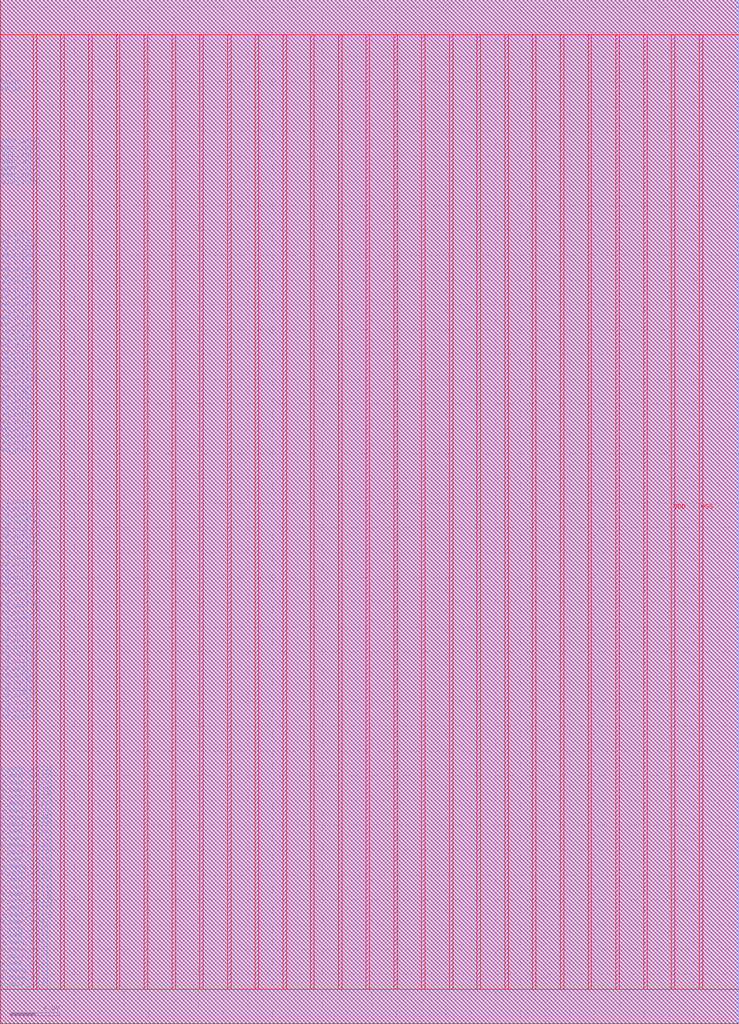
<source format=lef>
VERSION 5.7 ;
BUSBITCHARS "[]" ;
MACRO fakeram45_128x32
  FOREIGN fakeram45_128x32 0 0 ;
  SYMMETRY X Y R90 ;
  SIZE 59.660 BY 82.600 ;
  CLASS BLOCK ;
  PIN w_mask_in[0]
    DIRECTION INPUT ;
    USE SIGNAL ;
    SHAPE ABUTMENT ;
    PORT
      LAYER metal3 ;
      RECT 0.000 2.765 0.070 2.835 ;
    END
  END w_mask_in[0]
  PIN w_mask_in[1]
    DIRECTION INPUT ;
    USE SIGNAL ;
    SHAPE ABUTMENT ;
    PORT
      LAYER metal3 ;
      RECT 0.000 3.325 0.070 3.395 ;
    END
  END w_mask_in[1]
  PIN w_mask_in[2]
    DIRECTION INPUT ;
    USE SIGNAL ;
    SHAPE ABUTMENT ;
    PORT
      LAYER metal3 ;
      RECT 0.000 3.885 0.070 3.955 ;
    END
  END w_mask_in[2]
  PIN w_mask_in[3]
    DIRECTION INPUT ;
    USE SIGNAL ;
    SHAPE ABUTMENT ;
    PORT
      LAYER metal3 ;
      RECT 0.000 4.445 0.070 4.515 ;
    END
  END w_mask_in[3]
  PIN w_mask_in[4]
    DIRECTION INPUT ;
    USE SIGNAL ;
    SHAPE ABUTMENT ;
    PORT
      LAYER metal3 ;
      RECT 0.000 5.005 0.070 5.075 ;
    END
  END w_mask_in[4]
  PIN w_mask_in[5]
    DIRECTION INPUT ;
    USE SIGNAL ;
    SHAPE ABUTMENT ;
    PORT
      LAYER metal3 ;
      RECT 0.000 5.565 0.070 5.635 ;
    END
  END w_mask_in[5]
  PIN w_mask_in[6]
    DIRECTION INPUT ;
    USE SIGNAL ;
    SHAPE ABUTMENT ;
    PORT
      LAYER metal3 ;
      RECT 0.000 6.125 0.070 6.195 ;
    END
  END w_mask_in[6]
  PIN w_mask_in[7]
    DIRECTION INPUT ;
    USE SIGNAL ;
    SHAPE ABUTMENT ;
    PORT
      LAYER metal3 ;
      RECT 0.000 6.685 0.070 6.755 ;
    END
  END w_mask_in[7]
  PIN w_mask_in[8]
    DIRECTION INPUT ;
    USE SIGNAL ;
    SHAPE ABUTMENT ;
    PORT
      LAYER metal3 ;
      RECT 0.000 7.245 0.070 7.315 ;
    END
  END w_mask_in[8]
  PIN w_mask_in[9]
    DIRECTION INPUT ;
    USE SIGNAL ;
    SHAPE ABUTMENT ;
    PORT
      LAYER metal3 ;
      RECT 0.000 7.805 0.070 7.875 ;
    END
  END w_mask_in[9]
  PIN w_mask_in[10]
    DIRECTION INPUT ;
    USE SIGNAL ;
    SHAPE ABUTMENT ;
    PORT
      LAYER metal3 ;
      RECT 0.000 8.365 0.070 8.435 ;
    END
  END w_mask_in[10]
  PIN w_mask_in[11]
    DIRECTION INPUT ;
    USE SIGNAL ;
    SHAPE ABUTMENT ;
    PORT
      LAYER metal3 ;
      RECT 0.000 8.925 0.070 8.995 ;
    END
  END w_mask_in[11]
  PIN w_mask_in[12]
    DIRECTION INPUT ;
    USE SIGNAL ;
    SHAPE ABUTMENT ;
    PORT
      LAYER metal3 ;
      RECT 0.000 9.485 0.070 9.555 ;
    END
  END w_mask_in[12]
  PIN w_mask_in[13]
    DIRECTION INPUT ;
    USE SIGNAL ;
    SHAPE ABUTMENT ;
    PORT
      LAYER metal3 ;
      RECT 0.000 10.045 0.070 10.115 ;
    END
  END w_mask_in[13]
  PIN w_mask_in[14]
    DIRECTION INPUT ;
    USE SIGNAL ;
    SHAPE ABUTMENT ;
    PORT
      LAYER metal3 ;
      RECT 0.000 10.605 0.070 10.675 ;
    END
  END w_mask_in[14]
  PIN w_mask_in[15]
    DIRECTION INPUT ;
    USE SIGNAL ;
    SHAPE ABUTMENT ;
    PORT
      LAYER metal3 ;
      RECT 0.000 11.165 0.070 11.235 ;
    END
  END w_mask_in[15]
  PIN w_mask_in[16]
    DIRECTION INPUT ;
    USE SIGNAL ;
    SHAPE ABUTMENT ;
    PORT
      LAYER metal3 ;
      RECT 0.000 11.725 0.070 11.795 ;
    END
  END w_mask_in[16]
  PIN w_mask_in[17]
    DIRECTION INPUT ;
    USE SIGNAL ;
    SHAPE ABUTMENT ;
    PORT
      LAYER metal3 ;
      RECT 0.000 12.285 0.070 12.355 ;
    END
  END w_mask_in[17]
  PIN w_mask_in[18]
    DIRECTION INPUT ;
    USE SIGNAL ;
    SHAPE ABUTMENT ;
    PORT
      LAYER metal3 ;
      RECT 0.000 12.845 0.070 12.915 ;
    END
  END w_mask_in[18]
  PIN w_mask_in[19]
    DIRECTION INPUT ;
    USE SIGNAL ;
    SHAPE ABUTMENT ;
    PORT
      LAYER metal3 ;
      RECT 0.000 13.405 0.070 13.475 ;
    END
  END w_mask_in[19]
  PIN w_mask_in[20]
    DIRECTION INPUT ;
    USE SIGNAL ;
    SHAPE ABUTMENT ;
    PORT
      LAYER metal3 ;
      RECT 0.000 13.965 0.070 14.035 ;
    END
  END w_mask_in[20]
  PIN w_mask_in[21]
    DIRECTION INPUT ;
    USE SIGNAL ;
    SHAPE ABUTMENT ;
    PORT
      LAYER metal3 ;
      RECT 0.000 14.525 0.070 14.595 ;
    END
  END w_mask_in[21]
  PIN w_mask_in[22]
    DIRECTION INPUT ;
    USE SIGNAL ;
    SHAPE ABUTMENT ;
    PORT
      LAYER metal3 ;
      RECT 0.000 15.085 0.070 15.155 ;
    END
  END w_mask_in[22]
  PIN w_mask_in[23]
    DIRECTION INPUT ;
    USE SIGNAL ;
    SHAPE ABUTMENT ;
    PORT
      LAYER metal3 ;
      RECT 0.000 15.645 0.070 15.715 ;
    END
  END w_mask_in[23]
  PIN w_mask_in[24]
    DIRECTION INPUT ;
    USE SIGNAL ;
    SHAPE ABUTMENT ;
    PORT
      LAYER metal3 ;
      RECT 0.000 16.205 0.070 16.275 ;
    END
  END w_mask_in[24]
  PIN w_mask_in[25]
    DIRECTION INPUT ;
    USE SIGNAL ;
    SHAPE ABUTMENT ;
    PORT
      LAYER metal3 ;
      RECT 0.000 16.765 0.070 16.835 ;
    END
  END w_mask_in[25]
  PIN w_mask_in[26]
    DIRECTION INPUT ;
    USE SIGNAL ;
    SHAPE ABUTMENT ;
    PORT
      LAYER metal3 ;
      RECT 0.000 17.325 0.070 17.395 ;
    END
  END w_mask_in[26]
  PIN w_mask_in[27]
    DIRECTION INPUT ;
    USE SIGNAL ;
    SHAPE ABUTMENT ;
    PORT
      LAYER metal3 ;
      RECT 0.000 17.885 0.070 17.955 ;
    END
  END w_mask_in[27]
  PIN w_mask_in[28]
    DIRECTION INPUT ;
    USE SIGNAL ;
    SHAPE ABUTMENT ;
    PORT
      LAYER metal3 ;
      RECT 0.000 18.445 0.070 18.515 ;
    END
  END w_mask_in[28]
  PIN w_mask_in[29]
    DIRECTION INPUT ;
    USE SIGNAL ;
    SHAPE ABUTMENT ;
    PORT
      LAYER metal3 ;
      RECT 0.000 19.005 0.070 19.075 ;
    END
  END w_mask_in[29]
  PIN w_mask_in[30]
    DIRECTION INPUT ;
    USE SIGNAL ;
    SHAPE ABUTMENT ;
    PORT
      LAYER metal3 ;
      RECT 0.000 19.565 0.070 19.635 ;
    END
  END w_mask_in[30]
  PIN w_mask_in[31]
    DIRECTION INPUT ;
    USE SIGNAL ;
    SHAPE ABUTMENT ;
    PORT
      LAYER metal3 ;
      RECT 0.000 20.125 0.070 20.195 ;
    END
  END w_mask_in[31]
  PIN rd_out[0]
    DIRECTION OUTPUT ;
    USE SIGNAL ;
    SHAPE ABUTMENT ;
    PORT
      LAYER metal3 ;
      RECT 0.000 24.325 0.070 24.395 ;
    END
  END rd_out[0]
  PIN rd_out[1]
    DIRECTION OUTPUT ;
    USE SIGNAL ;
    SHAPE ABUTMENT ;
    PORT
      LAYER metal3 ;
      RECT 0.000 24.885 0.070 24.955 ;
    END
  END rd_out[1]
  PIN rd_out[2]
    DIRECTION OUTPUT ;
    USE SIGNAL ;
    SHAPE ABUTMENT ;
    PORT
      LAYER metal3 ;
      RECT 0.000 25.445 0.070 25.515 ;
    END
  END rd_out[2]
  PIN rd_out[3]
    DIRECTION OUTPUT ;
    USE SIGNAL ;
    SHAPE ABUTMENT ;
    PORT
      LAYER metal3 ;
      RECT 0.000 26.005 0.070 26.075 ;
    END
  END rd_out[3]
  PIN rd_out[4]
    DIRECTION OUTPUT ;
    USE SIGNAL ;
    SHAPE ABUTMENT ;
    PORT
      LAYER metal3 ;
      RECT 0.000 26.565 0.070 26.635 ;
    END
  END rd_out[4]
  PIN rd_out[5]
    DIRECTION OUTPUT ;
    USE SIGNAL ;
    SHAPE ABUTMENT ;
    PORT
      LAYER metal3 ;
      RECT 0.000 27.125 0.070 27.195 ;
    END
  END rd_out[5]
  PIN rd_out[6]
    DIRECTION OUTPUT ;
    USE SIGNAL ;
    SHAPE ABUTMENT ;
    PORT
      LAYER metal3 ;
      RECT 0.000 27.685 0.070 27.755 ;
    END
  END rd_out[6]
  PIN rd_out[7]
    DIRECTION OUTPUT ;
    USE SIGNAL ;
    SHAPE ABUTMENT ;
    PORT
      LAYER metal3 ;
      RECT 0.000 28.245 0.070 28.315 ;
    END
  END rd_out[7]
  PIN rd_out[8]
    DIRECTION OUTPUT ;
    USE SIGNAL ;
    SHAPE ABUTMENT ;
    PORT
      LAYER metal3 ;
      RECT 0.000 28.805 0.070 28.875 ;
    END
  END rd_out[8]
  PIN rd_out[9]
    DIRECTION OUTPUT ;
    USE SIGNAL ;
    SHAPE ABUTMENT ;
    PORT
      LAYER metal3 ;
      RECT 0.000 29.365 0.070 29.435 ;
    END
  END rd_out[9]
  PIN rd_out[10]
    DIRECTION OUTPUT ;
    USE SIGNAL ;
    SHAPE ABUTMENT ;
    PORT
      LAYER metal3 ;
      RECT 0.000 29.925 0.070 29.995 ;
    END
  END rd_out[10]
  PIN rd_out[11]
    DIRECTION OUTPUT ;
    USE SIGNAL ;
    SHAPE ABUTMENT ;
    PORT
      LAYER metal3 ;
      RECT 0.000 30.485 0.070 30.555 ;
    END
  END rd_out[11]
  PIN rd_out[12]
    DIRECTION OUTPUT ;
    USE SIGNAL ;
    SHAPE ABUTMENT ;
    PORT
      LAYER metal3 ;
      RECT 0.000 31.045 0.070 31.115 ;
    END
  END rd_out[12]
  PIN rd_out[13]
    DIRECTION OUTPUT ;
    USE SIGNAL ;
    SHAPE ABUTMENT ;
    PORT
      LAYER metal3 ;
      RECT 0.000 31.605 0.070 31.675 ;
    END
  END rd_out[13]
  PIN rd_out[14]
    DIRECTION OUTPUT ;
    USE SIGNAL ;
    SHAPE ABUTMENT ;
    PORT
      LAYER metal3 ;
      RECT 0.000 32.165 0.070 32.235 ;
    END
  END rd_out[14]
  PIN rd_out[15]
    DIRECTION OUTPUT ;
    USE SIGNAL ;
    SHAPE ABUTMENT ;
    PORT
      LAYER metal3 ;
      RECT 0.000 32.725 0.070 32.795 ;
    END
  END rd_out[15]
  PIN rd_out[16]
    DIRECTION OUTPUT ;
    USE SIGNAL ;
    SHAPE ABUTMENT ;
    PORT
      LAYER metal3 ;
      RECT 0.000 33.285 0.070 33.355 ;
    END
  END rd_out[16]
  PIN rd_out[17]
    DIRECTION OUTPUT ;
    USE SIGNAL ;
    SHAPE ABUTMENT ;
    PORT
      LAYER metal3 ;
      RECT 0.000 33.845 0.070 33.915 ;
    END
  END rd_out[17]
  PIN rd_out[18]
    DIRECTION OUTPUT ;
    USE SIGNAL ;
    SHAPE ABUTMENT ;
    PORT
      LAYER metal3 ;
      RECT 0.000 34.405 0.070 34.475 ;
    END
  END rd_out[18]
  PIN rd_out[19]
    DIRECTION OUTPUT ;
    USE SIGNAL ;
    SHAPE ABUTMENT ;
    PORT
      LAYER metal3 ;
      RECT 0.000 34.965 0.070 35.035 ;
    END
  END rd_out[19]
  PIN rd_out[20]
    DIRECTION OUTPUT ;
    USE SIGNAL ;
    SHAPE ABUTMENT ;
    PORT
      LAYER metal3 ;
      RECT 0.000 35.525 0.070 35.595 ;
    END
  END rd_out[20]
  PIN rd_out[21]
    DIRECTION OUTPUT ;
    USE SIGNAL ;
    SHAPE ABUTMENT ;
    PORT
      LAYER metal3 ;
      RECT 0.000 36.085 0.070 36.155 ;
    END
  END rd_out[21]
  PIN rd_out[22]
    DIRECTION OUTPUT ;
    USE SIGNAL ;
    SHAPE ABUTMENT ;
    PORT
      LAYER metal3 ;
      RECT 0.000 36.645 0.070 36.715 ;
    END
  END rd_out[22]
  PIN rd_out[23]
    DIRECTION OUTPUT ;
    USE SIGNAL ;
    SHAPE ABUTMENT ;
    PORT
      LAYER metal3 ;
      RECT 0.000 37.205 0.070 37.275 ;
    END
  END rd_out[23]
  PIN rd_out[24]
    DIRECTION OUTPUT ;
    USE SIGNAL ;
    SHAPE ABUTMENT ;
    PORT
      LAYER metal3 ;
      RECT 0.000 37.765 0.070 37.835 ;
    END
  END rd_out[24]
  PIN rd_out[25]
    DIRECTION OUTPUT ;
    USE SIGNAL ;
    SHAPE ABUTMENT ;
    PORT
      LAYER metal3 ;
      RECT 0.000 38.325 0.070 38.395 ;
    END
  END rd_out[25]
  PIN rd_out[26]
    DIRECTION OUTPUT ;
    USE SIGNAL ;
    SHAPE ABUTMENT ;
    PORT
      LAYER metal3 ;
      RECT 0.000 38.885 0.070 38.955 ;
    END
  END rd_out[26]
  PIN rd_out[27]
    DIRECTION OUTPUT ;
    USE SIGNAL ;
    SHAPE ABUTMENT ;
    PORT
      LAYER metal3 ;
      RECT 0.000 39.445 0.070 39.515 ;
    END
  END rd_out[27]
  PIN rd_out[28]
    DIRECTION OUTPUT ;
    USE SIGNAL ;
    SHAPE ABUTMENT ;
    PORT
      LAYER metal3 ;
      RECT 0.000 40.005 0.070 40.075 ;
    END
  END rd_out[28]
  PIN rd_out[29]
    DIRECTION OUTPUT ;
    USE SIGNAL ;
    SHAPE ABUTMENT ;
    PORT
      LAYER metal3 ;
      RECT 0.000 40.565 0.070 40.635 ;
    END
  END rd_out[29]
  PIN rd_out[30]
    DIRECTION OUTPUT ;
    USE SIGNAL ;
    SHAPE ABUTMENT ;
    PORT
      LAYER metal3 ;
      RECT 0.000 41.125 0.070 41.195 ;
    END
  END rd_out[30]
  PIN rd_out[31]
    DIRECTION OUTPUT ;
    USE SIGNAL ;
    SHAPE ABUTMENT ;
    PORT
      LAYER metal3 ;
      RECT 0.000 41.685 0.070 41.755 ;
    END
  END rd_out[31]
  PIN wd_in[0]
    DIRECTION INPUT ;
    USE SIGNAL ;
    SHAPE ABUTMENT ;
    PORT
      LAYER metal3 ;
      RECT 0.000 45.885 0.070 45.955 ;
    END
  END wd_in[0]
  PIN wd_in[1]
    DIRECTION INPUT ;
    USE SIGNAL ;
    SHAPE ABUTMENT ;
    PORT
      LAYER metal3 ;
      RECT 0.000 46.445 0.070 46.515 ;
    END
  END wd_in[1]
  PIN wd_in[2]
    DIRECTION INPUT ;
    USE SIGNAL ;
    SHAPE ABUTMENT ;
    PORT
      LAYER metal3 ;
      RECT 0.000 47.005 0.070 47.075 ;
    END
  END wd_in[2]
  PIN wd_in[3]
    DIRECTION INPUT ;
    USE SIGNAL ;
    SHAPE ABUTMENT ;
    PORT
      LAYER metal3 ;
      RECT 0.000 47.565 0.070 47.635 ;
    END
  END wd_in[3]
  PIN wd_in[4]
    DIRECTION INPUT ;
    USE SIGNAL ;
    SHAPE ABUTMENT ;
    PORT
      LAYER metal3 ;
      RECT 0.000 48.125 0.070 48.195 ;
    END
  END wd_in[4]
  PIN wd_in[5]
    DIRECTION INPUT ;
    USE SIGNAL ;
    SHAPE ABUTMENT ;
    PORT
      LAYER metal3 ;
      RECT 0.000 48.685 0.070 48.755 ;
    END
  END wd_in[5]
  PIN wd_in[6]
    DIRECTION INPUT ;
    USE SIGNAL ;
    SHAPE ABUTMENT ;
    PORT
      LAYER metal3 ;
      RECT 0.000 49.245 0.070 49.315 ;
    END
  END wd_in[6]
  PIN wd_in[7]
    DIRECTION INPUT ;
    USE SIGNAL ;
    SHAPE ABUTMENT ;
    PORT
      LAYER metal3 ;
      RECT 0.000 49.805 0.070 49.875 ;
    END
  END wd_in[7]
  PIN wd_in[8]
    DIRECTION INPUT ;
    USE SIGNAL ;
    SHAPE ABUTMENT ;
    PORT
      LAYER metal3 ;
      RECT 0.000 50.365 0.070 50.435 ;
    END
  END wd_in[8]
  PIN wd_in[9]
    DIRECTION INPUT ;
    USE SIGNAL ;
    SHAPE ABUTMENT ;
    PORT
      LAYER metal3 ;
      RECT 0.000 50.925 0.070 50.995 ;
    END
  END wd_in[9]
  PIN wd_in[10]
    DIRECTION INPUT ;
    USE SIGNAL ;
    SHAPE ABUTMENT ;
    PORT
      LAYER metal3 ;
      RECT 0.000 51.485 0.070 51.555 ;
    END
  END wd_in[10]
  PIN wd_in[11]
    DIRECTION INPUT ;
    USE SIGNAL ;
    SHAPE ABUTMENT ;
    PORT
      LAYER metal3 ;
      RECT 0.000 52.045 0.070 52.115 ;
    END
  END wd_in[11]
  PIN wd_in[12]
    DIRECTION INPUT ;
    USE SIGNAL ;
    SHAPE ABUTMENT ;
    PORT
      LAYER metal3 ;
      RECT 0.000 52.605 0.070 52.675 ;
    END
  END wd_in[12]
  PIN wd_in[13]
    DIRECTION INPUT ;
    USE SIGNAL ;
    SHAPE ABUTMENT ;
    PORT
      LAYER metal3 ;
      RECT 0.000 53.165 0.070 53.235 ;
    END
  END wd_in[13]
  PIN wd_in[14]
    DIRECTION INPUT ;
    USE SIGNAL ;
    SHAPE ABUTMENT ;
    PORT
      LAYER metal3 ;
      RECT 0.000 53.725 0.070 53.795 ;
    END
  END wd_in[14]
  PIN wd_in[15]
    DIRECTION INPUT ;
    USE SIGNAL ;
    SHAPE ABUTMENT ;
    PORT
      LAYER metal3 ;
      RECT 0.000 54.285 0.070 54.355 ;
    END
  END wd_in[15]
  PIN wd_in[16]
    DIRECTION INPUT ;
    USE SIGNAL ;
    SHAPE ABUTMENT ;
    PORT
      LAYER metal3 ;
      RECT 0.000 54.845 0.070 54.915 ;
    END
  END wd_in[16]
  PIN wd_in[17]
    DIRECTION INPUT ;
    USE SIGNAL ;
    SHAPE ABUTMENT ;
    PORT
      LAYER metal3 ;
      RECT 0.000 55.405 0.070 55.475 ;
    END
  END wd_in[17]
  PIN wd_in[18]
    DIRECTION INPUT ;
    USE SIGNAL ;
    SHAPE ABUTMENT ;
    PORT
      LAYER metal3 ;
      RECT 0.000 55.965 0.070 56.035 ;
    END
  END wd_in[18]
  PIN wd_in[19]
    DIRECTION INPUT ;
    USE SIGNAL ;
    SHAPE ABUTMENT ;
    PORT
      LAYER metal3 ;
      RECT 0.000 56.525 0.070 56.595 ;
    END
  END wd_in[19]
  PIN wd_in[20]
    DIRECTION INPUT ;
    USE SIGNAL ;
    SHAPE ABUTMENT ;
    PORT
      LAYER metal3 ;
      RECT 0.000 57.085 0.070 57.155 ;
    END
  END wd_in[20]
  PIN wd_in[21]
    DIRECTION INPUT ;
    USE SIGNAL ;
    SHAPE ABUTMENT ;
    PORT
      LAYER metal3 ;
      RECT 0.000 57.645 0.070 57.715 ;
    END
  END wd_in[21]
  PIN wd_in[22]
    DIRECTION INPUT ;
    USE SIGNAL ;
    SHAPE ABUTMENT ;
    PORT
      LAYER metal3 ;
      RECT 0.000 58.205 0.070 58.275 ;
    END
  END wd_in[22]
  PIN wd_in[23]
    DIRECTION INPUT ;
    USE SIGNAL ;
    SHAPE ABUTMENT ;
    PORT
      LAYER metal3 ;
      RECT 0.000 58.765 0.070 58.835 ;
    END
  END wd_in[23]
  PIN wd_in[24]
    DIRECTION INPUT ;
    USE SIGNAL ;
    SHAPE ABUTMENT ;
    PORT
      LAYER metal3 ;
      RECT 0.000 59.325 0.070 59.395 ;
    END
  END wd_in[24]
  PIN wd_in[25]
    DIRECTION INPUT ;
    USE SIGNAL ;
    SHAPE ABUTMENT ;
    PORT
      LAYER metal3 ;
      RECT 0.000 59.885 0.070 59.955 ;
    END
  END wd_in[25]
  PIN wd_in[26]
    DIRECTION INPUT ;
    USE SIGNAL ;
    SHAPE ABUTMENT ;
    PORT
      LAYER metal3 ;
      RECT 0.000 60.445 0.070 60.515 ;
    END
  END wd_in[26]
  PIN wd_in[27]
    DIRECTION INPUT ;
    USE SIGNAL ;
    SHAPE ABUTMENT ;
    PORT
      LAYER metal3 ;
      RECT 0.000 61.005 0.070 61.075 ;
    END
  END wd_in[27]
  PIN wd_in[28]
    DIRECTION INPUT ;
    USE SIGNAL ;
    SHAPE ABUTMENT ;
    PORT
      LAYER metal3 ;
      RECT 0.000 61.565 0.070 61.635 ;
    END
  END wd_in[28]
  PIN wd_in[29]
    DIRECTION INPUT ;
    USE SIGNAL ;
    SHAPE ABUTMENT ;
    PORT
      LAYER metal3 ;
      RECT 0.000 62.125 0.070 62.195 ;
    END
  END wd_in[29]
  PIN wd_in[30]
    DIRECTION INPUT ;
    USE SIGNAL ;
    SHAPE ABUTMENT ;
    PORT
      LAYER metal3 ;
      RECT 0.000 62.685 0.070 62.755 ;
    END
  END wd_in[30]
  PIN wd_in[31]
    DIRECTION INPUT ;
    USE SIGNAL ;
    SHAPE ABUTMENT ;
    PORT
      LAYER metal3 ;
      RECT 0.000 63.245 0.070 63.315 ;
    END
  END wd_in[31]
  PIN addr_in[0]
    DIRECTION INPUT ;
    USE SIGNAL ;
    SHAPE ABUTMENT ;
    PORT
      LAYER metal3 ;
      RECT 0.000 67.445 0.070 67.515 ;
    END
  END addr_in[0]
  PIN addr_in[1]
    DIRECTION INPUT ;
    USE SIGNAL ;
    SHAPE ABUTMENT ;
    PORT
      LAYER metal3 ;
      RECT 0.000 68.005 0.070 68.075 ;
    END
  END addr_in[1]
  PIN addr_in[2]
    DIRECTION INPUT ;
    USE SIGNAL ;
    SHAPE ABUTMENT ;
    PORT
      LAYER metal3 ;
      RECT 0.000 68.565 0.070 68.635 ;
    END
  END addr_in[2]
  PIN addr_in[3]
    DIRECTION INPUT ;
    USE SIGNAL ;
    SHAPE ABUTMENT ;
    PORT
      LAYER metal3 ;
      RECT 0.000 69.125 0.070 69.195 ;
    END
  END addr_in[3]
  PIN addr_in[4]
    DIRECTION INPUT ;
    USE SIGNAL ;
    SHAPE ABUTMENT ;
    PORT
      LAYER metal3 ;
      RECT 0.000 69.685 0.070 69.755 ;
    END
  END addr_in[4]
  PIN addr_in[5]
    DIRECTION INPUT ;
    USE SIGNAL ;
    SHAPE ABUTMENT ;
    PORT
      LAYER metal3 ;
      RECT 0.000 70.245 0.070 70.315 ;
    END
  END addr_in[5]
  PIN addr_in[6]
    DIRECTION INPUT ;
    USE SIGNAL ;
    SHAPE ABUTMENT ;
    PORT
      LAYER metal3 ;
      RECT 0.000 70.805 0.070 70.875 ;
    END
  END addr_in[6]
  PIN we_in
    DIRECTION INPUT ;
    USE SIGNAL ;
    SHAPE ABUTMENT ;
    PORT
      LAYER metal3 ;
      RECT 0.000 75.005 0.070 75.075 ;
    END
  END we_in
  PIN ce_in
    DIRECTION INPUT ;
    USE SIGNAL ;
    SHAPE ABUTMENT ;
    PORT
      LAYER metal3 ;
      RECT 0.000 75.565 0.070 75.635 ;
    END
  END ce_in
  PIN clk
    DIRECTION INPUT ;
    USE SIGNAL ;
    SHAPE ABUTMENT ;
    PORT
      LAYER metal3 ;
      RECT 0.000 76.125 0.070 76.195 ;
    END
  END clk
  PIN VSS
    DIRECTION INOUT ;
    USE GROUND ;
    PORT
      LAYER metal4 ;
      RECT 2.660 2.800 2.940 79.800 ;
      RECT 7.140 2.800 7.420 79.800 ;
      RECT 11.620 2.800 11.900 79.800 ;
      RECT 16.100 2.800 16.380 79.800 ;
      RECT 20.580 2.800 20.860 79.800 ;
      RECT 25.060 2.800 25.340 79.800 ;
      RECT 29.540 2.800 29.820 79.800 ;
      RECT 34.020 2.800 34.300 79.800 ;
      RECT 38.500 2.800 38.780 79.800 ;
      RECT 42.980 2.800 43.260 79.800 ;
      RECT 47.460 2.800 47.740 79.800 ;
      RECT 51.940 2.800 52.220 79.800 ;
      RECT 56.420 2.800 56.700 79.800 ;
    END
  END VSS
  PIN VDD
    DIRECTION INOUT ;
    USE POWER ;
    PORT
      LAYER metal4 ;
      RECT 4.900 2.800 5.180 79.800 ;
      RECT 9.380 2.800 9.660 79.800 ;
      RECT 13.860 2.800 14.140 79.800 ;
      RECT 18.340 2.800 18.620 79.800 ;
      RECT 22.820 2.800 23.100 79.800 ;
      RECT 27.300 2.800 27.580 79.800 ;
      RECT 31.780 2.800 32.060 79.800 ;
      RECT 36.260 2.800 36.540 79.800 ;
      RECT 40.740 2.800 41.020 79.800 ;
      RECT 45.220 2.800 45.500 79.800 ;
      RECT 49.700 2.800 49.980 79.800 ;
      RECT 54.180 2.800 54.460 79.800 ;
    END
  END VDD
  OBS
    LAYER metal1 ;
    RECT 0 0 59.660 82.600 ;
    LAYER metal2 ;
    RECT 0 0 59.660 82.600 ;
    LAYER metal3 ;
    RECT 0.070 0 59.660 82.600 ;
    RECT 0 0.000 0.070 2.765 ;
    RECT 0 2.835 0.070 3.325 ;
    RECT 0 3.395 0.070 3.885 ;
    RECT 0 3.955 0.070 4.445 ;
    RECT 0 4.515 0.070 5.005 ;
    RECT 0 5.075 0.070 5.565 ;
    RECT 0 5.635 0.070 6.125 ;
    RECT 0 6.195 0.070 6.685 ;
    RECT 0 6.755 0.070 7.245 ;
    RECT 0 7.315 0.070 7.805 ;
    RECT 0 7.875 0.070 8.365 ;
    RECT 0 8.435 0.070 8.925 ;
    RECT 0 8.995 0.070 9.485 ;
    RECT 0 9.555 0.070 10.045 ;
    RECT 0 10.115 0.070 10.605 ;
    RECT 0 10.675 0.070 11.165 ;
    RECT 0 11.235 0.070 11.725 ;
    RECT 0 11.795 0.070 12.285 ;
    RECT 0 12.355 0.070 12.845 ;
    RECT 0 12.915 0.070 13.405 ;
    RECT 0 13.475 0.070 13.965 ;
    RECT 0 14.035 0.070 14.525 ;
    RECT 0 14.595 0.070 15.085 ;
    RECT 0 15.155 0.070 15.645 ;
    RECT 0 15.715 0.070 16.205 ;
    RECT 0 16.275 0.070 16.765 ;
    RECT 0 16.835 0.070 17.325 ;
    RECT 0 17.395 0.070 17.885 ;
    RECT 0 17.955 0.070 18.445 ;
    RECT 0 18.515 0.070 19.005 ;
    RECT 0 19.075 0.070 19.565 ;
    RECT 0 19.635 0.070 20.125 ;
    RECT 0 20.195 0.070 24.325 ;
    RECT 0 24.395 0.070 24.885 ;
    RECT 0 24.955 0.070 25.445 ;
    RECT 0 25.515 0.070 26.005 ;
    RECT 0 26.075 0.070 26.565 ;
    RECT 0 26.635 0.070 27.125 ;
    RECT 0 27.195 0.070 27.685 ;
    RECT 0 27.755 0.070 28.245 ;
    RECT 0 28.315 0.070 28.805 ;
    RECT 0 28.875 0.070 29.365 ;
    RECT 0 29.435 0.070 29.925 ;
    RECT 0 29.995 0.070 30.485 ;
    RECT 0 30.555 0.070 31.045 ;
    RECT 0 31.115 0.070 31.605 ;
    RECT 0 31.675 0.070 32.165 ;
    RECT 0 32.235 0.070 32.725 ;
    RECT 0 32.795 0.070 33.285 ;
    RECT 0 33.355 0.070 33.845 ;
    RECT 0 33.915 0.070 34.405 ;
    RECT 0 34.475 0.070 34.965 ;
    RECT 0 35.035 0.070 35.525 ;
    RECT 0 35.595 0.070 36.085 ;
    RECT 0 36.155 0.070 36.645 ;
    RECT 0 36.715 0.070 37.205 ;
    RECT 0 37.275 0.070 37.765 ;
    RECT 0 37.835 0.070 38.325 ;
    RECT 0 38.395 0.070 38.885 ;
    RECT 0 38.955 0.070 39.445 ;
    RECT 0 39.515 0.070 40.005 ;
    RECT 0 40.075 0.070 40.565 ;
    RECT 0 40.635 0.070 41.125 ;
    RECT 0 41.195 0.070 41.685 ;
    RECT 0 41.755 0.070 45.885 ;
    RECT 0 45.955 0.070 46.445 ;
    RECT 0 46.515 0.070 47.005 ;
    RECT 0 47.075 0.070 47.565 ;
    RECT 0 47.635 0.070 48.125 ;
    RECT 0 48.195 0.070 48.685 ;
    RECT 0 48.755 0.070 49.245 ;
    RECT 0 49.315 0.070 49.805 ;
    RECT 0 49.875 0.070 50.365 ;
    RECT 0 50.435 0.070 50.925 ;
    RECT 0 50.995 0.070 51.485 ;
    RECT 0 51.555 0.070 52.045 ;
    RECT 0 52.115 0.070 52.605 ;
    RECT 0 52.675 0.070 53.165 ;
    RECT 0 53.235 0.070 53.725 ;
    RECT 0 53.795 0.070 54.285 ;
    RECT 0 54.355 0.070 54.845 ;
    RECT 0 54.915 0.070 55.405 ;
    RECT 0 55.475 0.070 55.965 ;
    RECT 0 56.035 0.070 56.525 ;
    RECT 0 56.595 0.070 57.085 ;
    RECT 0 57.155 0.070 57.645 ;
    RECT 0 57.715 0.070 58.205 ;
    RECT 0 58.275 0.070 58.765 ;
    RECT 0 58.835 0.070 59.325 ;
    RECT 0 59.395 0.070 59.885 ;
    RECT 0 59.955 0.070 60.445 ;
    RECT 0 60.515 0.070 61.005 ;
    RECT 0 61.075 0.070 61.565 ;
    RECT 0 61.635 0.070 62.125 ;
    RECT 0 62.195 0.070 62.685 ;
    RECT 0 62.755 0.070 63.245 ;
    RECT 0 63.315 0.070 67.445 ;
    RECT 0 67.515 0.070 68.005 ;
    RECT 0 68.075 0.070 68.565 ;
    RECT 0 68.635 0.070 69.125 ;
    RECT 0 69.195 0.070 69.685 ;
    RECT 0 69.755 0.070 70.245 ;
    RECT 0 70.315 0.070 70.805 ;
    RECT 0 70.875 0.070 75.005 ;
    RECT 0 75.075 0.070 75.565 ;
    RECT 0 75.635 0.070 76.125 ;
    RECT 0 76.195 0.070 82.600 ;
    LAYER metal4 ;
    RECT 0 0 59.660 2.800 ;
    RECT 0 79.800 59.660 82.600 ;
    RECT 0.000 2.800 2.660 79.800 ;
    RECT 2.940 2.800 4.900 79.800 ;
    RECT 5.180 2.800 7.140 79.800 ;
    RECT 7.420 2.800 9.380 79.800 ;
    RECT 9.660 2.800 11.620 79.800 ;
    RECT 11.900 2.800 13.860 79.800 ;
    RECT 14.140 2.800 16.100 79.800 ;
    RECT 16.380 2.800 18.340 79.800 ;
    RECT 18.620 2.800 20.580 79.800 ;
    RECT 20.860 2.800 22.820 79.800 ;
    RECT 23.100 2.800 25.060 79.800 ;
    RECT 25.340 2.800 27.300 79.800 ;
    RECT 27.580 2.800 29.540 79.800 ;
    RECT 29.820 2.800 31.780 79.800 ;
    RECT 32.060 2.800 34.020 79.800 ;
    RECT 34.300 2.800 36.260 79.800 ;
    RECT 36.540 2.800 38.500 79.800 ;
    RECT 38.780 2.800 40.740 79.800 ;
    RECT 41.020 2.800 42.980 79.800 ;
    RECT 43.260 2.800 45.220 79.800 ;
    RECT 45.500 2.800 47.460 79.800 ;
    RECT 47.740 2.800 49.700 79.800 ;
    RECT 49.980 2.800 51.940 79.800 ;
    RECT 52.220 2.800 54.180 79.800 ;
    RECT 54.460 2.800 56.420 79.800 ;
    RECT 56.700 2.800 59.660 79.800 ;
    LAYER OVERLAP ;
    RECT 0 0 59.660 82.600 ;
  END
END fakeram45_128x32

END LIBRARY

</source>
